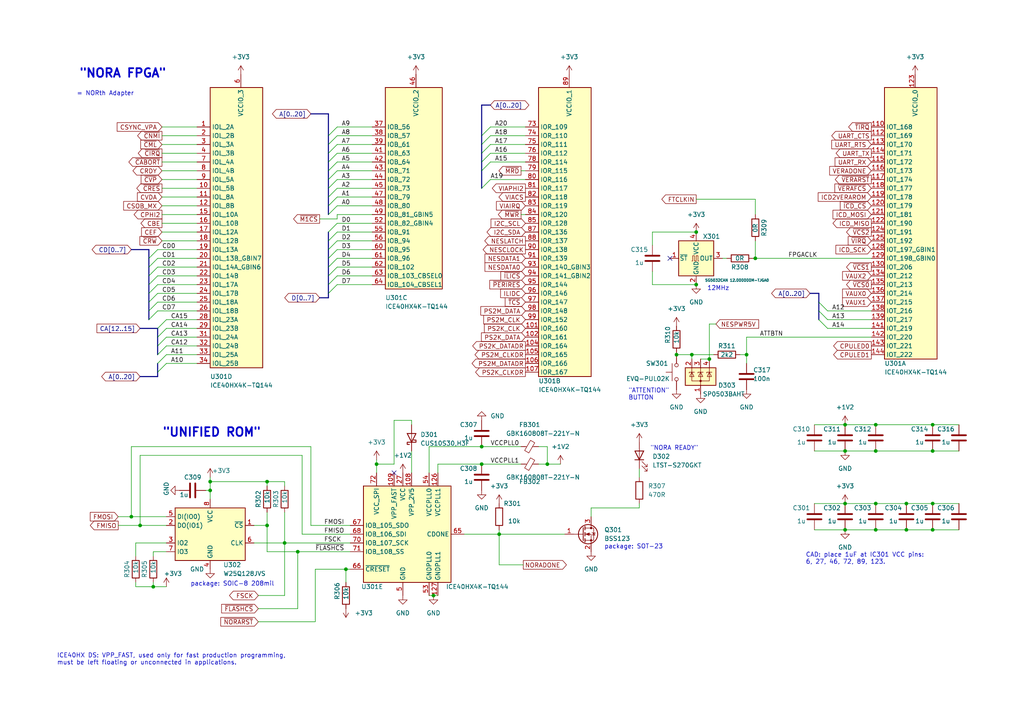
<source format=kicad_sch>
(kicad_sch (version 20211123) (generator eeschema)
  (paper "A4")
  (title_block (title "OpenX65 - NORA FPGA") (date "2023-03-30") (rev "rev01") (company "FOR X65.EU DESIGNED BY JSYKORA.INFO") (comment 1 "OpenX65 MOTHERBOARD"))
  (lib_symbols
    (symbol "Device:C" (pin_numbers hide) (pin_names (offset 0.254))
      (property "Reference" "C" (at 0.635 2.54 0))
      (property "Value" "C" (at 0.635 -2.54 0))
      (symbol "C_1_1"
        (pin passive line (at 0 3.81 270) (length 2.794) (name "~") (number "1"))
        (pin passive line (at 0 -3.81 90) (length 2.794) (name "~") (number "2"))
      )
    )
    (symbol "Device:D_Schottky" (pin_numbers hide) (pin_names (offset 1.016) hide)
      (property "Reference" "D" (at 0 2.54 0))
      (property "Value" "D_Schottky" (at 0 -2.54 0))
      (symbol "D_Schottky_1_1"
        (pin passive line (at -3.81 0 0) (length 2.54) (name "K") (number "1"))
        (pin passive line (at 3.81 0 180) (length 2.54) (name "A") (number "2"))
      )
    )
    (symbol "Device:FerriteBead_Small" (pin_numbers hide) (pin_names (offset 0))
      (property "Reference" "FB" (at 1.905 1.27 0))
      (property "Value" "FerriteBead_Small" (at 1.905 -1.27 0))
      (symbol "FerriteBead_Small_1_1"
        (pin passive line (at 0 2.54 270) (length 1.27) (name "~") (number "1"))
        (pin passive line (at 0 -2.54 90) (length 1.27) (name "~") (number "2"))
      )
    )
    (symbol "Device:LED" (pin_numbers hide) (pin_names (offset 1.016) hide)
      (property "Reference" "D" (at 0 2.54 0))
      (property "Value" "LED" (at 0 -2.54 0))
      (symbol "LED_1_1"
        (pin passive line (at -3.81 0 0) (length 2.54) (name "K") (number "1"))
        (pin passive line (at 3.81 0 180) (length 2.54) (name "A") (number "2"))
      )
    )
    (symbol "Device:R" (pin_numbers hide) (pin_names (offset 0))
      (property "Reference" "R" (at 2.032 0 90))
      (property "Value" "R" (at 0 0 90))
      (symbol "R_1_1"
        (pin passive line (at 0 3.81 270) (length 1.27) (name "~") (number "1"))
        (pin passive line (at 0 -3.81 90) (length 1.27) (name "~") (number "2"))
      )
    )
    (symbol "FPGA_Lattice:ICE40HX4K-TQ144"
      (property "Reference" "U" (at 12.7 53.34 0))
      (property "Value" "ICE40HX4K-TQ144" (at 30.48 48.26 0))
      (symbol "ICE40HX4K-TQ144_1_1"
        (pin bidirectional line (at -12.7 30.48 0) (length 3.81) (name "IOT_168") (number "110"))
        (pin bidirectional line (at -12.7 27.94 0) (length 3.81) (name "IOT_169") (number "112"))
        (pin bidirectional line (at -12.7 25.4 0) (length 3.81) (name "IOT_170") (number "113"))
        (pin bidirectional line (at -12.7 22.86 0) (length 3.81) (name "IOT_171") (number "114"))
        (pin bidirectional line (at -12.7 20.32 0) (length 3.81) (name "IOT_172") (number "115"))
        (pin bidirectional line (at -12.7 17.78 0) (length 3.81) (name "IOT_173") (number "116"))
        (pin bidirectional line (at -12.7 15.24 0) (length 3.81) (name "IOT_174") (number "117"))
        (pin bidirectional line (at -12.7 12.7 0) (length 3.81) (name "IOT_177") (number "118"))
        (pin bidirectional line (at -12.7 10.16 0) (length 3.81) (name "IOT_178") (number "119"))
        (pin bidirectional line (at -12.7 7.62 0) (length 3.81) (name "IOT_179") (number "120"))
        (pin bidirectional line (at -12.7 5.08 0) (length 3.81) (name "IOT_181") (number "121"))
        (pin bidirectional line (at -12.7 2.54 0) (length 3.81) (name "IOT_190") (number "122"))
        (pin power_in line (at 0 45.72 270) (length 3.81) (name "VCCIO_0") (number "123"))
        (pin bidirectional line (at -12.7 0 0) (length 3.81) (name "IOT_191") (number "124"))
        (pin bidirectional line (at -12.7 -2.54 0) (length 3.81) (name "IOT_192") (number "125"))
        (pin bidirectional line (at -12.7 -5.08 0) (length 3.81) (name "IOT_197_GBIN1") (number "128"))
        (pin bidirectional line (at -12.7 -7.62 0) (length 3.81) (name "IOT_198_GBIN0") (number "129"))
        (pin bidirectional line (at -12.7 -10.16 0) (length 3.81) (name "IOT_206") (number "130"))
        (pin passive line (at 0 45.72 270) (length 3.81) hide (name "VCCIO_0") (number "131"))
        (pin bidirectional line (at -12.7 -12.7 0) (length 3.81) (name "IOT_212") (number "134"))
        (pin bidirectional line (at -12.7 -15.24 0) (length 3.81) (name "IOT_213") (number "135"))
        (pin bidirectional line (at -12.7 -17.78 0) (length 3.81) (name "IOT_214") (number "136"))
        (pin bidirectional line (at -12.7 -20.32 0) (length 3.81) (name "IOT_215") (number "137"))
        (pin bidirectional line (at -12.7 -22.86 0) (length 3.81) (name "IOT_216") (number "138"))
        (pin bidirectional line (at -12.7 -25.4 0) (length 3.81) (name "IOT_217") (number "139"))
        (pin bidirectional line (at -12.7 -27.94 0) (length 3.81) (name "IOT_219") (number "141"))
        (pin bidirectional line (at -12.7 -30.48 0) (length 3.81) (name "IOT_220") (number "142"))
        (pin bidirectional line (at -12.7 -33.02 0) (length 3.81) (name "IOT_221") (number "143"))
        (pin bidirectional line (at -12.7 -35.56 0) (length 3.81) (name "IOT_222") (number "144"))
      )
      (symbol "ICE40HX4K-TQ144_2_1"
        (pin passive line (at 0 48.26 270) (length 3.81) hide (name "VCCIO_1") (number "100"))
        (pin bidirectional line (at -12.7 -25.4 0) (length 3.81) (name "IOR_160") (number "101"))
        (pin bidirectional line (at -12.7 -27.94 0) (length 3.81) (name "IOR_161") (number "102"))
        (pin bidirectional line (at -12.7 -30.48 0) (length 3.81) (name "IOR_164") (number "104"))
        (pin bidirectional line (at -12.7 -33.02 0) (length 3.81) (name "IOR_165") (number "105"))
        (pin bidirectional line (at -12.7 -35.56 0) (length 3.81) (name "IOR_166") (number "106"))
        (pin bidirectional line (at -12.7 -38.1 0) (length 3.81) (name "IOR_167") (number "107"))
        (pin bidirectional line (at -12.7 33.02 0) (length 3.81) (name "IOR_109") (number "73"))
        (pin bidirectional line (at -12.7 30.48 0) (length 3.81) (name "IOR_110") (number "74"))
        (pin bidirectional line (at -12.7 27.94 0) (length 3.81) (name "IOR_111") (number "75"))
        (pin bidirectional line (at -12.7 25.4 0) (length 3.81) (name "IOR_112") (number "76"))
        (pin bidirectional line (at -12.7 22.86 0) (length 3.81) (name "IOR_114") (number "78"))
        (pin bidirectional line (at -12.7 20.32 0) (length 3.81) (name "IOR_115") (number "79"))
        (pin bidirectional line (at -12.7 17.78 0) (length 3.81) (name "IOR_116") (number "80"))
        (pin bidirectional line (at -12.7 15.24 0) (length 3.81) (name "IOR_117") (number "81"))
        (pin bidirectional line (at -12.7 12.7 0) (length 3.81) (name "IOR_118") (number "82"))
        (pin bidirectional line (at -12.7 10.16 0) (length 3.81) (name "IOR_119") (number "83"))
        (pin bidirectional line (at -12.7 7.62 0) (length 3.81) (name "IOR_120") (number "84"))
        (pin bidirectional line (at -12.7 5.08 0) (length 3.81) (name "IOR_128") (number "85"))
        (pin bidirectional line (at -12.7 2.54 0) (length 3.81) (name "IOR_136") (number "87"))
        (pin bidirectional line (at -12.7 0 0) (length 3.81) (name "IOR_137") (number "88"))
        (pin power_in line (at 0 48.26 270) (length 3.81) (name "VCCIO_1") (number "89"))
        (pin bidirectional line (at -12.7 -2.54 0) (length 3.81) (name "IOR_138") (number "90"))
        (pin bidirectional line (at -12.7 -5.08 0) (length 3.81) (name "IOR_139") (number "91"))
        (pin bidirectional line (at -12.7 -7.62 0) (length 3.81) (name "IOR_140_GBIN3") (number "93"))
        (pin bidirectional line (at -12.7 -10.16 0) (length 3.81) (name "IOR_141_GBIN2") (number "94"))
        (pin bidirectional line (at -12.7 -12.7 0) (length 3.81) (name "IOR_144") (number "95"))
        (pin bidirectional line (at -12.7 -15.24 0) (length 3.81) (name "IOR_146") (number "96"))
        (pin bidirectional line (at -12.7 -17.78 0) (length 3.81) (name "IOR_147") (number "97"))
        (pin bidirectional line (at -12.7 -20.32 0) (length 3.81) (name "IOR_148") (number "98"))
        (pin bidirectional line (at -12.7 -22.86 0) (length 3.81) (name "IOR_152") (number "99"))
      )
      (symbol "ICE40HX4K-TQ144_3_1"
        (pin bidirectional line (at -12.7 20.32 0) (length 3.81) (name "IOB_56") (number "37"))
        (pin bidirectional line (at -12.7 17.78 0) (length 3.81) (name "IOB_57") (number "38"))
        (pin bidirectional line (at -12.7 15.24 0) (length 3.81) (name "IOB_61") (number "39"))
        (pin bidirectional line (at -12.7 12.7 0) (length 3.81) (name "IOB_63") (number "41"))
        (pin bidirectional line (at -12.7 10.16 0) (length 3.81) (name "IOB_64") (number "42"))
        (pin bidirectional line (at -12.7 7.62 0) (length 3.81) (name "IOB_71") (number "43"))
        (pin bidirectional line (at -12.7 5.08 0) (length 3.81) (name "IOB_72") (number "44"))
        (pin bidirectional line (at -12.7 2.54 0) (length 3.81) (name "IOB_73") (number "45"))
        (pin power_in line (at 0 35.56 270) (length 3.81) (name "VCCIO_2") (number "46"))
        (pin bidirectional line (at -12.7 0 0) (length 3.81) (name "IOB_79") (number "47"))
        (pin bidirectional line (at -12.7 -2.54 0) (length 3.81) (name "IOB_80") (number "48"))
        (pin bidirectional line (at -12.7 -5.08 0) (length 3.81) (name "IOB_81_GBIN5") (number "49"))
        (pin bidirectional line (at -12.7 -7.62 0) (length 3.81) (name "IOB_82_GBIN4") (number "52"))
        (pin bidirectional line (at -12.7 -10.16 0) (length 3.81) (name "IOB_91") (number "55"))
        (pin bidirectional line (at -12.7 -12.7 0) (length 3.81) (name "IOB_94") (number "56"))
        (pin passive line (at 0 35.56 270) (length 3.81) hide (name "VCCIO_2") (number "57"))
        (pin bidirectional line (at -12.7 -15.24 0) (length 3.81) (name "IOB_95") (number "60"))
        (pin bidirectional line (at -12.7 -17.78 0) (length 3.81) (name "IOB_96") (number "61"))
        (pin bidirectional line (at -12.7 -20.32 0) (length 3.81) (name "IOB_102") (number "62"))
        (pin bidirectional line (at -12.7 -22.86 0) (length 3.81) (name "IOB_103_CBSEL0") (number "63"))
        (pin bidirectional line (at -12.7 -25.4 0) (length 3.81) (name "IOB_104_CBSEL1") (number "64"))
      )
      (symbol "ICE40HX4K-TQ144_4_1"
        (pin bidirectional line (at -12.7 30.48 0) (length 3.81) (name "IOL_2A") (number "1"))
        (pin bidirectional line (at -12.7 12.7 0) (length 3.81) (name "IOL_5B") (number "10"))
        (pin bidirectional line (at -12.7 10.16 0) (length 3.81) (name "IOL_8A") (number "11"))
        (pin bidirectional line (at -12.7 7.62 0) (length 3.81) (name "IOL_8B") (number "12"))
        (pin bidirectional line (at -12.7 5.08 0) (length 3.81) (name "IOL_10A") (number "15"))
        (pin bidirectional line (at -12.7 2.54 0) (length 3.81) (name "IOL_10B") (number "16"))
        (pin bidirectional line (at -12.7 0 0) (length 3.81) (name "IOL_12A") (number "17"))
        (pin bidirectional line (at -12.7 -2.54 0) (length 3.81) (name "IOL_12B") (number "18"))
        (pin bidirectional line (at -12.7 -5.08 0) (length 3.81) (name "IOL_13A") (number "19"))
        (pin bidirectional line (at -12.7 27.94 0) (length 3.81) (name "IOL_2B") (number "2"))
        (pin bidirectional line (at -12.7 -7.62 0) (length 3.81) (name "IOL_13B_GBIN7") (number "20"))
        (pin bidirectional line (at -12.7 -10.16 0) (length 3.81) (name "IOL_14A_GBIN6") (number "21"))
        (pin bidirectional line (at -12.7 -12.7 0) (length 3.81) (name "IOL_14B") (number "22"))
        (pin bidirectional line (at -12.7 -15.24 0) (length 3.81) (name "IOL_17A") (number "23"))
        (pin bidirectional line (at -12.7 -17.78 0) (length 3.81) (name "IOL_17B") (number "24"))
        (pin bidirectional line (at -12.7 -20.32 0) (length 3.81) (name "IOL_18A") (number "25"))
        (pin bidirectional line (at -12.7 -22.86 0) (length 3.81) (name "IOL_18B") (number "26"))
        (pin bidirectional line (at -12.7 -25.4 0) (length 3.81) (name "IOL_23A") (number "28"))
        (pin bidirectional line (at -12.7 -27.94 0) (length 3.81) (name "IOL_23B") (number "29"))
        (pin bidirectional line (at -12.7 25.4 0) (length 3.81) (name "IOL_3A") (number "3"))
        (pin passive line (at 0 45.72 270) (length 3.81) hide (name "VCCIO_3") (number "30"))
        (pin bidirectional line (at -12.7 -30.48 0) (length 3.81) (name "IOL_24A") (number "31"))
        (pin bidirectional line (at -12.7 -33.02 0) (length 3.81) (name "IOL_24B") (number "32"))
        (pin bidirectional line (at -12.7 -35.56 0) (length 3.81) (name "IOL_25A") (number "33"))
        (pin bidirectional line (at -12.7 -38.1 0) (length 3.81) (name "IOL_25B") (number "34"))
        (pin bidirectional line (at -12.7 22.86 0) (length 3.81) (name "IOL_3B") (number "4"))
        (pin power_in line (at 0 45.72 270) (length 3.81) (name "VCCIO_3") (number "6"))
        (pin bidirectional line (at -12.7 20.32 0) (length 3.81) (name "IOL_4A") (number "7"))
        (pin bidirectional line (at -12.7 17.78 0) (length 3.81) (name "IOL_4B") (number "8"))
        (pin bidirectional line (at -12.7 15.24 0) (length 3.81) (name "IOL_5A") (number "9"))
      )
      (symbol "ICE40HX4K-TQ144_5_1"
        (pin passive line (at 0 -17.78 90) (length 3.81) hide (name "GND") (number "103"))
        (pin power_in line (at 2.54 17.78 270) (length 3.81) (name "VPP_2V5") (number "108"))
        (pin power_in line (at -2.54 17.78 270) (length 3.81) (name "VPP_FAST") (number "109"))
        (pin passive line (at 0 17.78 270) (length 3.81) hide (name "VCC") (number "111"))
        (pin power_in line (at 10.16 17.78 270) (length 3.81) (name "VCCPLL1") (number "126"))
        (pin power_in line (at 10.16 -17.78 90) (length 3.81) (name "GNDPLL1") (number "127"))
        (pin passive line (at 0 -17.78 90) (length 3.81) hide (name "GND") (number "13"))
        (pin passive line (at 0 -17.78 90) (length 3.81) hide (name "GND") (number "132"))
        (pin no_connect line (at 12.7 -10.16 180) (length 3.81) hide (name "NC") (number "133"))
        (pin passive line (at 0 -17.78 90) (length 3.81) hide (name "GND") (number "14"))
        (pin passive line (at 0 -17.78 90) (length 3.81) hide (name "GND") (number "140"))
        (pin power_in line (at 0 17.78 270) (length 3.81) (name "VCC") (number "27"))
        (pin no_connect line (at 12.7 5.08 180) (length 3.81) hide (name "NC") (number "35"))
        (pin no_connect line (at 12.7 2.54 180) (length 3.81) hide (name "NC") (number "36"))
        (pin passive line (at 0 17.78 270) (length 3.81) hide (name "VCC") (number "40"))
        (pin power_in line (at 0 -17.78 90) (length 3.81) (name "GND") (number "5"))
        (pin no_connect line (at 12.7 -2.54 180) (length 3.81) hide (name "NC") (number "50"))
        (pin no_connect line (at 12.7 -5.08 180) (length 3.81) hide (name "NC") (number "51"))
        (pin power_in line (at 7.62 -17.78 90) (length 3.81) (name "GNDPLL0") (number "53"))
        (pin power_in line (at 7.62 17.78 270) (length 3.81) (name "VCCPLL0") (number "54"))
        (pin no_connect line (at 12.7 -7.62 180) (length 3.81) hide (name "NC") (number "58"))
        (pin passive line (at 0 -17.78 90) (length 3.81) hide (name "GND") (number "59"))
        (pin open_collector line (at 17.78 0 180) (length 3.81) (name "CDONE") (number "65"))
        (pin input line (at -15.24 -10.16 0) (length 3.81) (name "~{CRESET}") (number "66"))
        (pin bidirectional line (at -15.24 2.54 0) (length 3.81) (name "IOB_105_SDO") (number "67"))
        (pin bidirectional line (at -15.24 0 0) (length 3.81) (name "IOB_106_SDI") (number "68"))
        (pin passive line (at 0 -17.78 90) (length 3.81) hide (name "GND") (number "69"))
        (pin bidirectional line (at -15.24 -2.54 0) (length 3.81) (name "IOB_107_SCK") (number "70"))
        (pin bidirectional line (at -15.24 -5.08 0) (length 3.81) (name "IOB_108_SS") (number "71"))
        (pin power_in line (at -7.62 17.78 270) (length 3.81) (name "VCC_SPI") (number "72"))
        (pin no_connect line (at 12.7 7.62 180) (length 3.81) hide (name "NC") (number "77"))
        (pin passive line (at 0 -17.78 90) (length 3.81) hide (name "GND") (number "86"))
        (pin passive line (at 0 17.78 270) (length 3.81) hide (name "VCC") (number "92"))
      )
    )
    (symbol "Memory_Flash:W25Q128JVS"
      (property "Reference" "U" (at -8.89 8.89 0))
      (property "Value" "W25Q128JVS" (at 7.62 8.89 0))
      (symbol "W25Q128JVS_1_1"
        (pin input line (at -12.7 2.54 0) (length 2.54) (name "~{CS}") (number "1"))
        (pin bidirectional line (at 12.7 2.54 180) (length 2.54) (name "DO(IO1)") (number "2"))
        (pin bidirectional line (at 12.7 -2.54 180) (length 2.54) (name "IO2") (number "3"))
        (pin power_in line (at 0 -10.16 90) (length 2.54) (name "GND") (number "4"))
        (pin bidirectional line (at 12.7 5.08 180) (length 2.54) (name "DI(IO0)") (number "5"))
        (pin input line (at -12.7 -2.54 0) (length 2.54) (name "CLK") (number "6"))
        (pin bidirectional line (at 12.7 -5.08 180) (length 2.54) (name "IO3") (number "7"))
        (pin power_in line (at 0 10.16 270) (length 2.54) (name "VCC") (number "8"))
      )
    )
    (symbol "Oscillator:SG-5032CAN" (pin_names (offset 0.254))
      (property "Reference" "X" (at -5.08 6.35 0))
      (property "Value" "SG-5032CAN" (at 1.27 -6.35 0))
      (symbol "SG-5032CAN_1_1"
        (pin input line (at -7.62 0 0) (length 2.54) (name "~{ST}") (number "1"))
        (pin power_in line (at 0 -7.62 90) (length 2.54) (name "GND") (number "2"))
        (pin output line (at 7.62 0 180) (length 2.54) (name "OUT") (number "3"))
        (pin power_in line (at 0 7.62 270) (length 2.54) (name "VCC") (number "4"))
      )
    )
    (symbol "Power_Protection:SP0503BAHT" (pin_names hide)
      (property "Reference" "D" (at 5.715 2.54 0))
      (property "Value" "SP0503BAHT" (at 5.715 0.635 0))
      (symbol "SP0503BAHT_0_0"
        (pin passive line (at 0 -5.08 90) (length 2.54) (name "A") (number "1"))
      )
      (symbol "SP0503BAHT_1_1"
        (pin passive line (at -2.54 5.08 270) (length 2.54) (name "K") (number "2"))
        (pin passive line (at 0 5.08 270) (length 2.54) (name "K") (number "3"))
        (pin passive line (at 2.54 5.08 270) (length 2.54) (name "K") (number "4"))
      )
    )
    (symbol "Switch:SW_Push" (pin_numbers hide) (pin_names (offset 1.016) hide)
      (property "Reference" "SW" (at 1.27 2.54 0))
      (property "Value" "SW_Push" (at 0 -1.524 0))
      (symbol "SW_Push_0_1"
        (pin passive line (at -5.08 0 0) (length 2.54) (name "1") (number "1"))
        (pin passive line (at 5.08 0 180) (length 2.54) (name "2") (number "2"))
      )
    )
    (symbol "Transistor_FET:BSS123" (pin_names hide)
      (property "Reference" "Q" (at 5.08 1.905 0))
      (property "Value" "BSS123" (at 5.08 0 0))
      (symbol "BSS123_1_1"
        (pin input line (at -5.08 0 0) (length 2.54) (name "G") (number "1"))
        (pin passive line (at 2.54 -5.08 90) (length 2.54) (name "S") (number "2"))
        (pin passive line (at 2.54 5.08 270) (length 2.54) (name "D") (number "3"))
      )
    )
    (symbol "power:+1V2" (power) (pin_names (offset 0))
      (property "Value" "+1V2" (at 0 3.556 0))
      (symbol "+1V2_1_1"
        (pin power_in line (at 0 0 90) (length 0) hide (name "+1V2") (number "1"))
      )
    )
    (symbol "power:+3V3" (power) (pin_names (offset 0))
      (property "Value" "+3V3" (at 0 3.556 0))
      (symbol "+3V3_1_1"
        (pin power_in line (at 0 0 90) (length 0) hide (name "+3V3") (number "1"))
      )
    )
    (symbol "power:GND" (power) (pin_names (offset 0))
      (property "Value" "GND" (at 0 -3.81 0))
      (symbol "GND_1_1"
        (pin power_in line (at 0 0 270) (length 0) hide (name "GND") (number "1"))
      )
    )
  )
  (junction (at 125.73 172.72))
  (junction (at 245.11 153.67))
  (junction (at 254 130.81))
  (junction (at 38.1 149.86))
  (junction (at 245.11 123.19))
  (junction (at 201.93 82.55))
  (junction (at 77.47 139.7))
  (junction (at 144.78 154.94))
  (junction (at 219.075 74.93))
  (junction (at 270.51 153.67))
  (junction (at 270.51 130.81))
  (junction (at 158.75 134.62))
  (junction (at 254 123.19))
  (junction (at 262.89 146.05))
  (junction (at 60.96 142.24))
  (junction (at 109.22 134.62))
  (junction (at 270.51 146.05))
  (junction (at 245.11 146.05))
  (junction (at 44.45 170.18))
  (junction (at 86.36 160.02))
  (junction (at 254 153.67))
  (junction (at 77.47 152.4))
  (junction (at 82.55 157.48))
  (junction (at 216.535 102.87))
  (junction (at 270.51 123.19))
  (junction (at 205.74 104.14))
  (junction (at 60.96 139.7))
  (junction (at 40.64 152.4))
  (junction (at 201.93 67.31))
  (junction (at 100.33 165.1))
  (junction (at 139.7 129.54))
  (junction (at 139.7 134.62))
  (junction (at 196.215 102.87))
  (junction (at 245.11 130.81))
  (junction (at 262.89 153.67))
  (junction (at 254 146.05))
  (junction (at 200.66 102.87))
  (no_connect (at 194.31 74.93))
  (no_connect (at 114.3 137.16))
  (bus_entry (at 237.49 92.71) (size 2.54 2.54))
  (bus_entry (at 45.72 100.33) (size 2.54 -2.54))
  (bus_entry (at 45.72 95.25) (size 2.54 -2.54))
  (bus_entry (at 45.72 97.79) (size 2.54 -2.54))
  (bus_entry (at 45.72 102.87) (size 2.54 -2.54))
  (bus_entry (at 95.25 41.91) (size 2.54 -2.54))
  (bus_entry (at 95.25 39.37) (size 2.54 -2.54))
  (bus_entry (at 95.25 44.45) (size 2.54 -2.54))
  (bus_entry (at 95.25 46.99) (size 2.54 -2.54))
  (bus_entry (at 95.25 49.53) (size 2.54 -2.54))
  (bus_entry (at 95.25 52.07) (size 2.54 -2.54))
  (bus_entry (at 95.25 54.61) (size 2.54 -2.54))
  (bus_entry (at 95.25 57.15) (size 2.54 -2.54))
  (bus_entry (at 95.25 59.69) (size 2.54 -2.54))
  (bus_entry (at 95.25 62.23) (size 2.54 -2.54))
  (bus_entry (at 139.7 41.91) (size 2.54 -2.54))
  (bus_entry (at 139.7 39.37) (size 2.54 -2.54))
  (bus_entry (at 139.7 49.53) (size 2.54 -2.54))
  (bus_entry (at 139.7 44.45) (size 2.54 -2.54))
  (bus_entry (at 139.7 46.99) (size 2.54 -2.54))
  (bus_entry (at 45.72 105.41) (size 2.54 -2.54))
  (bus_entry (at 45.72 107.95) (size 2.54 -2.54))
  (bus_entry (at 43.18 74.93) (size 2.54 -2.54))
  (bus_entry (at 43.18 77.47) (size 2.54 -2.54))
  (bus_entry (at 43.18 80.01) (size 2.54 -2.54))
  (bus_entry (at 43.18 82.55) (size 2.54 -2.54))
  (bus_entry (at 43.18 85.09) (size 2.54 -2.54))
  (bus_entry (at 43.18 87.63) (size 2.54 -2.54))
  (bus_entry (at 43.18 90.17) (size 2.54 -2.54))
  (bus_entry (at 43.18 92.71) (size 2.54 -2.54))
  (bus_entry (at 95.25 82.55) (size 2.54 -2.54))
  (bus_entry (at 95.25 85.09) (size 2.54 -2.54))
  (bus_entry (at 142.24 52.07) (size -2.54 2.54))
  (bus_entry (at 237.49 90.17) (size 2.54 2.54))
  (bus_entry (at 237.49 87.63) (size 2.54 2.54))
  (bus_entry (at 95.25 74.93) (size 2.54 -2.54))
  (bus_entry (at 95.25 72.39) (size 2.54 -2.54))
  (bus_entry (at 95.25 69.85) (size 2.54 -2.54))
  (bus_entry (at 95.25 67.31) (size 2.54 -2.54))
  (bus_entry (at 95.25 77.47) (size 2.54 -2.54))
  (bus_entry (at 95.25 80.01) (size 2.54 -2.54))
  (wire (pts (xy 109.22 134.62) (xy 109.22 137.16)))
  (wire (pts (xy 77.47 160.02) (xy 86.36 160.02)))
  (wire (pts (xy 46.99 64.77) (xy 57.15 64.77)))
  (wire (pts (xy 60.96 138.43) (xy 60.96 139.7)))
  (wire (pts (xy 45.72 80.01) (xy 57.15 80.01)))
  (bus (pts (xy 234.95 85.09) (xy 237.49 85.09)))
  (wire (pts (xy 139.7 129.54) (xy 124.46 129.54)))
  (wire (pts (xy 245.11 123.19) (xy 254 123.19)))
  (bus (pts (xy 43.18 90.17) (xy 43.18 92.71)))
  (wire (pts (xy 48.26 149.86) (xy 38.1 149.86)))
  (bus (pts (xy 95.25 49.53) (xy 95.25 52.07)))
  (bus (pts (xy 95.25 59.69) (xy 95.25 62.23)))
  (bus (pts (xy 90.17 33.02) (xy 95.25 33.02)))
  (wire (pts (xy 82.55 157.48) (xy 101.6 157.48)))
  (wire (pts (xy 48.26 102.87) (xy 57.15 102.87)))
  (wire (pts (xy 205.74 104.14) (xy 205.74 93.98)))
  (wire (pts (xy 97.79 72.39) (xy 107.95 72.39)))
  (wire (pts (xy 74.93 172.72) (xy 82.55 172.72)))
  (wire (pts (xy 97.79 44.45) (xy 107.95 44.45)))
  (wire (pts (xy 44.45 168.91) (xy 44.45 170.18)))
  (wire (pts (xy 97.79 39.37) (xy 107.95 39.37)))
  (bus (pts (xy 45.72 95.25) (xy 45.72 97.79)))
  (wire (pts (xy 46.99 36.83) (xy 57.15 36.83)))
  (bus (pts (xy 139.7 46.99) (xy 139.7 49.53)))
  (wire (pts (xy 119.38 130.81) (xy 119.38 137.16)))
  (wire (pts (xy 200.66 102.87) (xy 207.01 102.87)))
  (wire (pts (xy 270.51 123.19) (xy 278.13 123.19)))
  (wire (pts (xy 201.93 67.31) (xy 189.23 67.31)))
  (wire (pts (xy 48.26 152.4) (xy 40.64 152.4)))
  (wire (pts (xy 201.93 82.55) (xy 189.23 82.55)))
  (wire (pts (xy 48.26 105.41) (xy 57.15 105.41)))
  (wire (pts (xy 73.66 157.48) (xy 82.55 157.48)))
  (wire (pts (xy 97.79 41.91) (xy 107.95 41.91)))
  (wire (pts (xy 236.22 130.81) (xy 245.11 130.81)))
  (wire (pts (xy 270.51 153.67) (xy 278.13 153.67)))
  (wire (pts (xy 45.72 72.39) (xy 57.15 72.39)))
  (bus (pts (xy 237.49 87.63) (xy 237.49 90.17)))
  (wire (pts (xy 142.24 46.99) (xy 152.4 46.99)))
  (wire (pts (xy 60.96 139.7) (xy 77.47 139.7)))
  (wire (pts (xy 48.26 160.02) (xy 44.45 160.02)))
  (bus (pts (xy 43.18 77.47) (xy 43.18 80.01)))
  (wire (pts (xy 45.72 82.55) (xy 57.15 82.55)))
  (wire (pts (xy 46.99 52.07) (xy 57.15 52.07)))
  (wire (pts (xy 46.99 62.23) (xy 57.15 62.23)))
  (wire (pts (xy 171.45 147.32) (xy 171.45 149.86)))
  (wire (pts (xy 151.13 134.62) (xy 139.7 134.62)))
  (wire (pts (xy 270.51 130.81) (xy 278.13 130.81)))
  (wire (pts (xy 97.79 36.83) (xy 107.95 36.83)))
  (wire (pts (xy 86.36 160.02) (xy 86.36 176.53)))
  (wire (pts (xy 185.42 146.05) (xy 185.42 147.32)))
  (wire (pts (xy 252.73 97.79) (xy 216.535 97.79)))
  (wire (pts (xy 97.79 52.07) (xy 107.95 52.07)))
  (wire (pts (xy 44.45 160.02) (xy 44.45 161.29)))
  (wire (pts (xy 46.99 39.37) (xy 57.15 39.37)))
  (wire (pts (xy 139.7 134.62) (xy 127 134.62)))
  (bus (pts (xy 40.64 95.25) (xy 45.72 95.25)))
  (wire (pts (xy 46.99 67.31) (xy 57.15 67.31)))
  (wire (pts (xy 142.24 39.37) (xy 152.4 39.37)))
  (wire (pts (xy 219.075 57.785) (xy 219.075 62.23)))
  (wire (pts (xy 73.66 152.4) (xy 77.47 152.4)))
  (bus (pts (xy 95.25 72.39) (xy 95.25 74.93)))
  (wire (pts (xy 46.99 41.91) (xy 57.15 41.91)))
  (bus (pts (xy 40.64 109.22) (xy 45.72 109.22)))
  (wire (pts (xy 97.79 64.77) (xy 107.95 64.77)))
  (wire (pts (xy 156.21 129.54) (xy 158.75 129.54)))
  (wire (pts (xy 48.26 97.79) (xy 57.15 97.79)))
  (wire (pts (xy 97.79 74.93) (xy 107.95 74.93)))
  (wire (pts (xy 40.64 132.08) (xy 87.63 132.08)))
  (wire (pts (xy 45.72 87.63) (xy 57.15 87.63)))
  (bus (pts (xy 95.25 44.45) (xy 95.25 46.99)))
  (wire (pts (xy 38.1 129.54) (xy 90.17 129.54)))
  (wire (pts (xy 60.96 142.24) (xy 60.96 144.78)))
  (wire (pts (xy 46.99 59.69) (xy 57.15 59.69)))
  (wire (pts (xy 46.99 44.45) (xy 57.15 44.45)))
  (wire (pts (xy 60.96 139.7) (xy 60.96 142.24)))
  (bus (pts (xy 95.25 77.47) (xy 95.25 80.01)))
  (wire (pts (xy 125.73 172.72) (xy 127 172.72)))
  (wire (pts (xy 48.26 95.25) (xy 57.15 95.25)))
  (bus (pts (xy 95.25 33.02) (xy 95.25 39.37)))
  (wire (pts (xy 219.075 69.85) (xy 219.075 74.93)))
  (wire (pts (xy 48.26 92.71) (xy 57.15 92.71)))
  (wire (pts (xy 119.38 121.92) (xy 114.3 121.92)))
  (wire (pts (xy 91.44 165.1) (xy 91.44 180.34)))
  (wire (pts (xy 46.99 57.15) (xy 57.15 57.15)))
  (wire (pts (xy 107.95 62.23) (xy 97.79 62.23)))
  (bus (pts (xy 43.18 80.01) (xy 43.18 82.55)))
  (wire (pts (xy 240.03 90.17) (xy 252.73 90.17)))
  (wire (pts (xy 74.93 176.53) (xy 86.36 176.53)))
  (wire (pts (xy 82.55 140.97) (xy 82.55 139.7)))
  (wire (pts (xy 236.22 153.67) (xy 245.11 153.67)))
  (wire (pts (xy 45.72 74.93) (xy 57.15 74.93)))
  (bus (pts (xy 139.7 41.91) (xy 139.7 44.45)))
  (wire (pts (xy 144.78 154.94) (xy 144.78 163.83)))
  (wire (pts (xy 158.75 134.62) (xy 156.21 134.62)))
  (wire (pts (xy 124.46 172.72) (xy 125.73 172.72)))
  (wire (pts (xy 144.78 154.94) (xy 144.78 153.67)))
  (wire (pts (xy 97.79 77.47) (xy 107.95 77.47)))
  (wire (pts (xy 142.24 44.45) (xy 152.4 44.45)))
  (wire (pts (xy 46.99 46.99) (xy 57.15 46.99)))
  (wire (pts (xy 142.24 41.91) (xy 152.4 41.91)))
  (wire (pts (xy 151.13 129.54) (xy 139.7 129.54)))
  (wire (pts (xy 158.75 129.54) (xy 158.75 134.62)))
  (wire (pts (xy 97.79 67.31) (xy 107.95 67.31)))
  (bus (pts (xy 237.49 87.63) (xy 237.49 85.09)))
  (wire (pts (xy 201.93 57.785) (xy 219.075 57.785)))
  (wire (pts (xy 39.37 157.48) (xy 39.37 161.29)))
  (wire (pts (xy 82.55 157.48) (xy 82.55 172.72)))
  (wire (pts (xy 142.24 36.83) (xy 152.4 36.83)))
  (bus (pts (xy 38.1 72.39) (xy 43.18 72.39)))
  (bus (pts (xy 43.18 87.63) (xy 43.18 90.17)))
  (wire (pts (xy 189.23 82.55) (xy 189.23 78.74)))
  (wire (pts (xy 97.79 62.23) (xy 97.79 63.5)))
  (wire (pts (xy 219.075 74.93) (xy 252.73 74.93)))
  (bus (pts (xy 95.25 57.15) (xy 95.25 59.69)))
  (wire (pts (xy 270.51 146.05) (xy 278.13 146.05)))
  (wire (pts (xy 254 146.05) (xy 262.89 146.05)))
  (bus (pts (xy 43.18 72.39) (xy 43.18 74.93)))
  (wire (pts (xy 97.79 80.01) (xy 107.95 80.01)))
  (wire (pts (xy 101.6 154.94) (xy 87.63 154.94)))
  (wire (pts (xy 205.74 93.98) (xy 207.645 93.98)))
  (wire (pts (xy 151.13 62.23) (xy 152.4 62.23)))
  (wire (pts (xy 46.99 49.53) (xy 57.15 49.53)))
  (bus (pts (xy 95.25 69.85) (xy 95.25 72.39)))
  (wire (pts (xy 97.79 59.69) (xy 107.95 59.69)))
  (wire (pts (xy 86.36 160.02) (xy 101.6 160.02)))
  (wire (pts (xy 185.42 147.32) (xy 171.45 147.32)))
  (wire (pts (xy 240.03 92.71) (xy 252.73 92.71)))
  (bus (pts (xy 139.7 30.48) (xy 139.7 39.37)))
  (bus (pts (xy 95.25 82.55) (xy 95.25 85.09)))
  (bus (pts (xy 95.25 39.37) (xy 95.25 41.91)))
  (wire (pts (xy 44.45 170.18) (xy 48.26 170.18)))
  (wire (pts (xy 74.93 180.34) (xy 91.44 180.34)))
  (bus (pts (xy 43.18 85.09) (xy 43.18 87.63)))
  (bus (pts (xy 95.25 74.93) (xy 95.25 77.47)))
  (wire (pts (xy 114.3 121.92) (xy 114.3 134.62)))
  (wire (pts (xy 45.72 85.09) (xy 57.15 85.09)))
  (wire (pts (xy 209.55 74.93) (xy 210.82 74.93)))
  (wire (pts (xy 97.79 57.15) (xy 107.95 57.15)))
  (bus (pts (xy 95.25 67.31) (xy 95.25 69.85)))
  (wire (pts (xy 196.215 102.87) (xy 200.66 102.87)))
  (bus (pts (xy 95.25 46.99) (xy 95.25 49.53)))
  (wire (pts (xy 158.75 134.62) (xy 162.56 134.62)))
  (wire (pts (xy 134.62 154.94) (xy 144.78 154.94)))
  (bus (pts (xy 237.49 92.71) (xy 237.49 90.17)))
  (wire (pts (xy 218.44 74.93) (xy 219.075 74.93)))
  (bus (pts (xy 139.7 49.53) (xy 139.7 54.61)))
  (wire (pts (xy 40.64 152.4) (xy 40.64 132.08)))
  (wire (pts (xy 97.79 69.85) (xy 107.95 69.85)))
  (wire (pts (xy 109.22 134.62) (xy 114.3 134.62)))
  (wire (pts (xy 240.03 95.25) (xy 252.73 95.25)))
  (bus (pts (xy 45.72 105.41) (xy 45.72 107.95)))
  (bus (pts (xy 139.7 39.37) (xy 139.7 41.91)))
  (wire (pts (xy 196.215 102.235) (xy 196.215 102.87)))
  (wire (pts (xy 144.78 154.94) (xy 163.83 154.94)))
  (wire (pts (xy 77.47 152.4) (xy 77.47 160.02)))
  (wire (pts (xy 262.89 146.05) (xy 270.51 146.05)))
  (wire (pts (xy 127 134.62) (xy 127 137.16)))
  (wire (pts (xy 97.79 46.99) (xy 107.95 46.99)))
  (wire (pts (xy 124.46 129.54) (xy 124.46 137.16)))
  (wire (pts (xy 87.63 154.94) (xy 87.63 132.08)))
  (wire (pts (xy 119.38 123.19) (xy 119.38 121.92)))
  (wire (pts (xy 245.11 153.67) (xy 254 153.67)))
  (bus (pts (xy 45.72 100.33) (xy 45.72 102.87)))
  (wire (pts (xy 151.13 49.53) (xy 152.4 49.53)))
  (wire (pts (xy 39.37 168.91) (xy 39.37 170.18)))
  (wire (pts (xy 144.78 163.83) (xy 151.765 163.83)))
  (bus (pts (xy 45.72 107.95) (xy 45.72 109.22)))
  (wire (pts (xy 97.79 82.55) (xy 107.95 82.55)))
  (wire (pts (xy 142.24 52.07) (xy 152.4 52.07)))
  (bus (pts (xy 43.18 74.93) (xy 43.18 77.47)))
  (bus (pts (xy 139.7 30.48) (xy 142.24 30.48)))
  (wire (pts (xy 34.29 149.86) (xy 38.1 149.86)))
  (wire (pts (xy 77.47 139.7) (xy 77.47 140.97)))
  (wire (pts (xy 101.6 165.1) (xy 100.33 165.1)))
  (wire (pts (xy 200.66 102.87) (xy 200.66 104.14)))
  (wire (pts (xy 216.535 102.87) (xy 216.535 105.41)))
  (bus (pts (xy 95.25 41.91) (xy 95.25 44.45)))
  (wire (pts (xy 97.79 54.61) (xy 107.95 54.61)))
  (wire (pts (xy 92.71 63.5) (xy 97.79 63.5)))
  (bus (pts (xy 95.25 80.01) (xy 95.25 82.55)))
  (wire (pts (xy 214.63 102.87) (xy 216.535 102.87)))
  (wire (pts (xy 245.11 130.81) (xy 254 130.81)))
  (wire (pts (xy 82.55 157.48) (xy 82.55 148.59)))
  (wire (pts (xy 254 130.81) (xy 270.51 130.81)))
  (wire (pts (xy 97.79 49.53) (xy 107.95 49.53)))
  (wire (pts (xy 46.99 69.85) (xy 57.15 69.85)))
  (wire (pts (xy 38.1 149.86) (xy 38.1 129.54)))
  (wire (pts (xy 45.72 90.17) (xy 57.15 90.17)))
  (bus (pts (xy 95.25 54.61) (xy 95.25 57.15)))
  (wire (pts (xy 77.47 152.4) (xy 77.47 148.59)))
  (wire (pts (xy 254 123.19) (xy 270.51 123.19)))
  (wire (pts (xy 236.22 146.05) (xy 245.11 146.05)))
  (wire (pts (xy 236.22 123.19) (xy 245.11 123.19)))
  (bus (pts (xy 95.25 85.09) (xy 95.25 86.36)))
  (wire (pts (xy 82.55 139.7) (xy 77.47 139.7)))
  (bus (pts (xy 139.7 44.45) (xy 139.7 46.99)))
  (wire (pts (xy 48.26 157.48) (xy 39.37 157.48)))
  (wire (pts (xy 46.99 54.61) (xy 57.15 54.61)))
  (wire (pts (xy 100.33 165.1) (xy 100.33 168.91)))
  (wire (pts (xy 34.29 152.4) (xy 40.64 152.4)))
  (wire (pts (xy 90.17 152.4) (xy 90.17 129.54)))
  (bus (pts (xy 95.25 52.07) (xy 95.25 54.61)))
  (wire (pts (xy 45.72 77.47) (xy 57.15 77.47)))
  (wire (pts (xy 59.69 142.24) (xy 60.96 142.24)))
  (wire (pts (xy 203.2 104.14) (xy 205.74 104.14)))
  (bus (pts (xy 45.72 97.79) (xy 45.72 100.33)))
  (wire (pts (xy 39.37 170.18) (xy 44.45 170.18)))
  (wire (pts (xy 216.535 97.79) (xy 216.535 102.87)))
  (wire (pts (xy 109.22 133.35) (xy 109.22 134.62)))
  (wire (pts (xy 254 153.67) (xy 262.89 153.67)))
  (bus (pts (xy 92.71 86.36) (xy 95.25 86.36)))
  (wire (pts (xy 262.89 153.67) (xy 270.51 153.67)))
  (wire (pts (xy 100.33 165.1) (xy 91.44 165.1)))
  (wire (pts (xy 189.23 67.31) (xy 189.23 71.12)))
  (wire (pts (xy 185.42 135.89) (xy 185.42 138.43)))
  (wire (pts (xy 245.11 146.05) (xy 254 146.05)))
  (wire (pts (xy 48.26 100.33) (xy 57.15 100.33)))
  (bus (pts (xy 43.18 82.55) (xy 43.18 85.09)))
  (wire (pts (xy 101.6 152.4) (xy 90.17 152.4)))
  (text "package: SOIC-8 208mil" (at 55.245 170.18 0) (effects (font (size 1.27 1.27)) (justify left bottom)))
  (text "12MHz" (at 205.105 84.455 0) (effects (font (size 1.27 1.27)) (justify left bottom)))
  (text "= NORth Adapter" (at 22.225 27.94 0) (effects (font (size 1.27 1.27)) (justify left bottom)))
  (text "ICE40HX DS: VPP_FAST, used only for fast production programming, \nmust be left floating or unconnected in applications." (at 16.51 193.04 0) (effects (font (size 1.27 1.27)) (justify left bottom)))
  (text "\"NORA READY\"" (at 188.595 130.81 0) (effects (font (size 1.27 1.27)) (justify left bottom)))
  (text "\"NORA FPGA\"" (at 22.86 22.86 0) (effects (font (size 2.5 2.5) (thickness 0.5) bold) (justify left bottom)))
  (text "\"UNIFIED ROM\"" (at 46.99 127 0) (effects (font (size 2.5 2.5) (thickness 0.5) bold) (justify left bottom)))
  (text "package: SOT-23" (at 175.26 159.385 0) (effects (font (size 1.27 1.27)) (justify left bottom)))
  (text "\"ATTENTION\"\nBUTTON" (at 182.245 116.205 0) (effects (font (size 1.27 1.27)) (justify left bottom)))
  (text "CAD: place 1uF at IC301 VCC pins: \n6, 27, 46, 72, 89, 123." (at 233.68 163.83 0) (effects (font (size 1.27 1.27)) (justify left bottom)))
  (label "A1" (at 99.06 57.15 0))
  (label "A5" (at 99.06 46.99 0))
  (label "A8" (at 99.06 39.37 0))
  (label "D0" (at 99.06 64.77 0))
  (label "~{FLASHCS}" (at 91.44 160.02 0))
  (label "CD7" (at 46.99 90.17 0))
  (label "A10" (at 49.53 105.41 0))
  (label "A2" (at 99.06 54.61 0))
  (label "D3" (at 99.06 72.39 0))
  (label "D7" (at 99.06 82.55 0))
  (label "A19" (at 142.24 52.07 0))
  (label "CD0" (at 46.99 72.39 0))
  (label "A16" (at 143.51 44.45 0))
  (label "A17" (at 143.51 41.91 0))
  (label "A3" (at 99.06 52.07 0))
  (label "FPGACLK" (at 228.6 74.93 0))
  (label "FMISO" (at 93.98 154.94 0))
  (label "A6" (at 99.06 44.45 0))
  (label "A7" (at 99.06 41.91 0))
  (label "CA12" (at 49.53 100.33 0))
  (label "CA15" (at 49.53 92.71 0))
  (label "A13" (at 241.3 92.71 0))
  (label "D2" (at 99.06 69.85 0))
  (label "FSCK" (at 93.98 157.48 0))
  (label "D5" (at 99.06 77.47 0))
  (label "A12" (at 241.3 90.17 0))
  (label "A15" (at 143.51 46.99 0))
  (label "CD2" (at 46.99 77.47 0))
  (label "FMOSI" (at 93.98 152.4 0))
  (label "D1" (at 99.06 67.31 0))
  (label "CA14" (at 49.53 95.25 0))
  (label "VCCPLL1" (at 142.24 134.62 0))
  (label "A20" (at 143.51 36.83 0))
  (label "A0" (at 99.06 59.69 0))
  (label "D6" (at 99.06 80.01 0))
  (label "CD3" (at 46.99 80.01 0))
  (label "A11" (at 49.53 102.87 0))
  (label "CD1" (at 46.99 74.93 0))
  (label "A18" (at 143.51 39.37 0))
  (label "VCCPLL0" (at 142.24 129.54 0))
  (label "D4" (at 99.06 74.93 0))
  (label "ATTBTN" (at 220.345 97.79 0))
  (label "CD6" (at 46.99 87.63 0))
  (label "CD4" (at 46.99 82.55 0))
  (label "CA13" (at 49.53 97.79 0))
  (label "CD5" (at 46.99 85.09 0))
  (label "A9" (at 99.06 36.83 0))
  (label "A14" (at 241.3 95.25 0))
  (label "A4" (at 99.06 49.53 0))
  (global_label "~{VIRQ}" (shape input) (at 252.73 69.85 180) (property "Intersheet References" "${INTERSHEET_REFS}" (effects hide)))
  (global_label "A[0..20]" (shape bidirectional) (at 234.95 85.09 180) (property "Intersheet References" "${INTERSHEET_REFS}" (effects hide)))
  (global_label "CRDY" (shape bidirectional) (at 46.99 49.53 180) (property "Intersheet References" "${INTERSHEET_REFS}" (effects hide)))
  (global_label "CPULED1" (shape output) (at 252.73 102.87 180) (property "Intersheet References" "${INTERSHEET_REFS}" (effects hide)))
  (global_label "VIAPHI2" (shape output) (at 152.4 54.61 180) (property "Intersheet References" "${INTERSHEET_REFS}" (effects hide)))
  (global_label "PS2K_DATA" (shape input) (at 152.4 97.79 180) (property "Intersheet References" "${INTERSHEET_REFS}" (effects hide)))
  (global_label "CPULED0" (shape output) (at 252.73 100.33 180) (property "Intersheet References" "${INTERSHEET_REFS}" (effects hide)))
  (global_label "~{PERIRES}" (shape input) (at 152.4 82.55 180) (property "Intersheet References" "${INTERSHEET_REFS}" (effects hide)))
  (global_label "CSOB_MX" (shape input) (at 46.99 59.69 180) (property "Intersheet References" "${INTERSHEET_REFS}" (effects hide)))
  (global_label "~{CVP}" (shape input) (at 46.99 52.07 180) (property "Intersheet References" "${INTERSHEET_REFS}" (effects hide)))
  (global_label "UART_RTS" (shape input) (at 252.73 41.91 180) (property "Intersheet References" "${INTERSHEET_REFS}" (effects hide)))
  (global_label "~{CML}" (shape input) (at 46.99 41.91 180) (property "Intersheet References" "${INTERSHEET_REFS}" (effects hide)))
  (global_label "~{CRW}" (shape input) (at 46.99 69.85 180) (property "Intersheet References" "${INTERSHEET_REFS}" (effects hide)))
  (global_label "FMISO" (shape output) (at 34.29 152.4 180) (property "Intersheet References" "${INTERSHEET_REFS}" (effects hide)))
  (global_label "CA[12..15]" (shape input) (at 40.64 95.25 180) (property "Intersheet References" "${INTERSHEET_REFS}" (effects hide)))
  (global_label "I2C_SCL" (shape input) (at 152.4 64.77 180) (property "Intersheet References" "${INTERSHEET_REFS}" (effects hide)))
  (global_label "I2C_SDA" (shape bidirectional) (at 152.4 67.31 180) (property "Intersheet References" "${INTERSHEET_REFS}" (effects hide)))
  (global_label "~{VERAFCS}" (shape input) (at 252.73 54.61 180) (property "Intersheet References" "${INTERSHEET_REFS}" (effects hide)))
  (global_label "UART_CTS" (shape output) (at 252.73 39.37 180) (property "Intersheet References" "${INTERSHEET_REFS}" (effects hide)))
  (global_label "~{CIRQ}" (shape output) (at 46.99 44.45 180) (property "Intersheet References" "${INTERSHEET_REFS}" (effects hide)))
  (global_label "A[0..20]" (shape bidirectional) (at 90.17 33.02 180) (property "Intersheet References" "${INTERSHEET_REFS}" (effects hide)))
  (global_label "NESCLOCK" (shape output) (at 152.4 72.39 180) (property "Intersheet References" "${INTERSHEET_REFS}" (effects hide)))
  (global_label "PS2K_CLK" (shape input) (at 152.4 95.25 180) (property "Intersheet References" "${INTERSHEET_REFS}" (effects hide)))
  (global_label "ICD_MOSI" (shape input) (at 252.73 62.23 180) (property "Intersheet References" "${INTERSHEET_REFS}" (effects hide)))
  (global_label "~{VERARST}" (shape output) (at 252.73 52.07 180) (property "Intersheet References" "${INTERSHEET_REFS}" (effects hide)))
  (global_label "FTCLKIN" (shape output) (at 201.93 57.785 180) (property "Reference mezi listy" "${INTERSHEET_REFS}" (effects hide)))
  (global_label "~{ICD_CS}" (shape input) (at 252.73 59.69 180) (property "Intersheet References" "${INTERSHEET_REFS}" (effects hide)))
  (global_label "PS2M_CLKDR" (shape output) (at 152.4 102.87 180) (property "Intersheet References" "${INTERSHEET_REFS}" (effects hide)))
  (global_label "PS2M_CLK" (shape input) (at 152.4 92.71 180) (property "Intersheet References" "${INTERSHEET_REFS}" (effects hide)))
  (global_label "ICD_SCK" (shape input) (at 252.73 72.39 180) (property "Intersheet References" "${INTERSHEET_REFS}" (effects hide)))
  (global_label "UART_TX" (shape output) (at 252.73 44.45 180) (property "Intersheet References" "${INTERSHEET_REFS}" (effects hide)))
  (global_label "~{CNMI}" (shape output) (at 46.99 39.37 180) (property "Intersheet References" "${INTERSHEET_REFS}" (effects hide)))
  (global_label "~{MWR}" (shape output) (at 151.13 62.23 180) (property "Intersheet References" "${INTERSHEET_REFS}" (effects hide)))
  (global_label "~{TIRQ}" (shape output) (at 252.73 36.83 180) (property "Intersheet References" "${INTERSHEET_REFS}" (effects hide)))
  (global_label "FSCK" (shape bidirectional) (at 74.93 172.72 180) (property "Intersheet References" "${INTERSHEET_REFS}" (effects hide)))
  (global_label "~{MRD}" (shape output) (at 151.13 49.53 180) (property "Intersheet References" "${INTERSHEET_REFS}" (effects hide)))
  (global_label "UART_RX" (shape input) (at 252.73 46.99 180) (property "Intersheet References" "${INTERSHEET_REFS}" (effects hide)))
  (global_label "VAUX1" (shape input) (at 252.73 87.63 180) (property "Intersheet References" "${INTERSHEET_REFS}" (effects hide)))
  (global_label "~{FLASHCS}" (shape input) (at 74.93 176.53 180) (property "Intersheet References" "${INTERSHEET_REFS}" (effects hide)))
  (global_label "VERADONE" (shape input) (at 252.73 49.53 180) (property "Intersheet References" "${INTERSHEET_REFS}" (effects hide)))
  (global_label "NESDATA0" (shape input) (at 152.4 77.47 180) (property "Intersheet References" "${INTERSHEET_REFS}" (effects hide)))
  (global_label "~{NORARST}" (shape input) (at 74.93 180.34 180) (property "Intersheet References" "${INTERSHEET_REFS}" (effects hide)))
  (global_label "~{M1CS}" (shape output) (at 92.71 63.5 180) (property "Intersheet References" "${INTERSHEET_REFS}" (effects hide)))
  (global_label "ILIDC" (shape input) (at 152.4 85.09 180) (property "Intersheet References" "${INTERSHEET_REFS}" (effects hide)))
  (global_label "~{CRES}" (shape output) (at 46.99 54.61 180) (property "Intersheet References" "${INTERSHEET_REFS}" (effects hide)))
  (global_label "NESDATA1" (shape input) (at 152.4 74.93 180) (property "Intersheet References" "${INTERSHEET_REFS}" (effects hide)))
  (global_label "ICD2VERAROM" (shape input) (at 252.73 57.15 180) (property "Intersheet References" "${INTERSHEET_REFS}" (effects hide)))
  (global_label "ICD_MISO" (shape output) (at 252.73 64.77 180) (property "Intersheet References" "${INTERSHEET_REFS}" (effects hide)))
  (global_label "CSYNC_VPA" (shape input) (at 46.99 36.83 180) (property "Intersheet References" "${INTERSHEET_REFS}" (effects hide)))
  (global_label "A[0..20]" (shape bidirectional) (at 40.64 109.22 180) (property "Intersheet References" "${INTERSHEET_REFS}" (effects hide)))
  (global_label "VAUX2" (shape input) (at 252.73 80.01 180) (property "Intersheet References" "${INTERSHEET_REFS}" (effects hide)))
  (global_label "~{VCS1}" (shape output) (at 252.73 77.47 180) (property "Intersheet References" "${INTERSHEET_REFS}" (effects hide)))
  (global_label "PS2K_DATADR" (shape output) (at 152.4 100.33 180) (property "Intersheet References" "${INTERSHEET_REFS}" (effects hide)))
  (global_label "~{VCS0}" (shape output) (at 252.73 82.55 180) (property "Intersheet References" "${INTERSHEET_REFS}" (effects hide)))
  (global_label "VAUX0" (shape input) (at 252.73 85.09 180) (property "Intersheet References" "${INTERSHEET_REFS}" (effects hide)))
  (global_label "PS2K_CLKDR" (shape output) (at 152.4 107.95 180) (property "Intersheet References" "${INTERSHEET_REFS}" (effects hide)))
  (global_label "A[0..20]" (shape bidirectional) (at 142.24 30.48 0) (property "Intersheet References" "${INTERSHEET_REFS}" (effects hide)))
  (global_label "~{ILICS}" (shape input) (at 152.4 80.01 180) (property "Intersheet References" "${INTERSHEET_REFS}" (effects hide)))
  (global_label "CD[0..7]" (shape bidirectional) (at 38.1 72.39 180) (property "Intersheet References" "${INTERSHEET_REFS}" (effects hide)))
  (global_label "~{VCS2}" (shape output) (at 252.73 67.31 180) (property "Intersheet References" "${INTERSHEET_REFS}" (effects hide)))
  (global_label "NESPWR5V" (shape input) (at 207.645 93.98 0) (property "Intersheet References" "${INTERSHEET_REFS}" (effects hide)))
  (global_label "D[0..7]" (shape bidirectional) (at 92.71 86.36 180) (property "Intersheet References" "${INTERSHEET_REFS}" (effects hide)))
  (global_label "PS2M_DATA" (shape input) (at 152.4 90.17 180) (property "Intersheet References" "${INTERSHEET_REFS}" (effects hide)))
  (global_label "VIAIRQ" (shape input) (at 152.4 59.69 180) (property "Intersheet References" "${INTERSHEET_REFS}" (effects hide)))
  (global_label "~{CABORT}" (shape output) (at 46.99 46.99 180) (property "Intersheet References" "${INTERSHEET_REFS}" (effects hide)))
  (global_label "PS2M_DATADR" (shape output) (at 152.4 105.41 180) (property "Intersheet References" "${INTERSHEET_REFS}" (effects hide)))
  (global_label "~{TCS}" (shape input) (at 152.4 87.63 180) (property "Intersheet References" "${INTERSHEET_REFS}" (effects hide)))
  (global_label "CPHI2" (shape output) (at 46.99 62.23 180) (property "Intersheet References" "${INTERSHEET_REFS}" (effects hide)))
  (global_label "NESLATCH" (shape output) (at 152.4 69.85 180) (property "Intersheet References" "${INTERSHEET_REFS}" (effects hide)))
  (global_label "CEF" (shape input) (at 46.99 67.31 180) (property "Intersheet References" "${INTERSHEET_REFS}" (effects hide)))
  (global_label "CBE" (shape output) (at 46.99 64.77 180) (property "Intersheet References" "${INTERSHEET_REFS}" (effects hide)))
  (global_label "FMOSI" (shape input) (at 34.29 149.86 180) (property "Intersheet References" "${INTERSHEET_REFS}" (effects hide)))
  (global_label "NORADONE" (shape output) (at 151.765 163.83 0) (property "Intersheet References" "${INTERSHEET_REFS}" (effects hide)))
  (global_label "CVDA" (shape input) (at 46.99 57.15 180) (property "Intersheet References" "${INTERSHEET_REFS}" (effects hide)))
  (global_label "VIACS" (shape output) (at 152.4 57.15 180) (property "Intersheet References" "${INTERSHEET_REFS}" (effects hide)))
  (symbol (lib_id "FPGA_Lattice:ICE40HX4K-TQ144") (at 165.1 69.85 0) (unit 2)
    (property "Reference" "U301" (at 156.21 110.49 0) (effects (justify left)))
    (property "Value" "ICE40HX4K-TQ144" (at 156.21 113.03 0) (effects (justify left)))
    (property "Footprint" "Package_QFP:TQFP-144_20x20mm_P0.5mm" (effects hide))
    (property "Datasheet" "http://www.latticesemi.com/Products/FPGAandCPLD/iCE40" (effects hide))
  )
  (symbol (lib_id "power:GND") (at 201.93 82.55 0) (unit 1)
    (property "Reference" "#PWR0108" (effects hide))
    (property "Value" "GND" (at 201.93 87.63 0))
  )
  (symbol (lib_id "Power_Protection:SP0503BAHT") (at 203.2 109.22 0) (unit 1)
    (property "Reference" "D303" (at 208.28 111.76 0) (effects (justify left)))
    (property "Value" "SP0503BAHT" (at 203.835 114.3 0) (effects (justify left)))
    (property "Footprint" "Package_TO_SOT_SMD:SOT-143" (effects hide))
    (property "Datasheet" "http://www.littelfuse.com/~/media/files/littelfuse/technical%20resources/documents/data%20sheets/sp05xxba.pdf" (effects hide))
  )
  (symbol (lib_id "power:GND") (at 171.45 160.02 0) (unit 1)
    (property "Reference" "#PWR0314" (effects hide))
    (property "Value" "GND" (at 171.45 165.1 0))
  )
  (symbol (lib_id "power:+3V3") (at 100.33 176.53 180) (unit 1)
    (property "Reference" "#PWR0308" (effects hide))
    (property "Value" "+3V3" (at 102.87 177.7999 0) (effects (justify right)))
  )
  (symbol (lib_id "Device:C") (at 236.22 127 0) (unit 1)
    (property "Reference" "C310" (at 229.87 124.46 0) (effects (justify left)))
    (property "Value" "1u" (at 231.14 128.27 0) (effects (justify left)))
    (property "Footprint" "Capacitor_SMD:C_0603_1608Metric_Pad1.08x0.95mm_HandSolder" (effects hide))
  )
  (symbol (lib_id "power:GND") (at 216.535 113.03 0) (unit 1)
    (property "Reference" "#PWR0320" (effects hide))
    (property "Value" "GND" (at 216.535 118.11 0))
  )
  (symbol (lib_id "Device:R") (at 210.82 102.87 270) (unit 1)
    (property "Reference" "R311" (at 210.82 100.33 90))
    (property "Value" "2k2" (at 210.82 102.87 90))
    (property "Footprint" "Resistor_SMD:R_0603_1608Metric_Pad0.98x0.95mm_HandSolder" (effects hide))
  )
  (symbol (lib_id "power:+3V3") (at 109.22 133.35 0) (unit 1)
    (property "Reference" "#PWR0310" (effects hide))
    (property "Value" "+3V3" (at 109.22 128.27 0))
  )
  (symbol (lib_id "Transistor_FET:BSS123") (at 168.91 154.94 0) (unit 1)
    (property "Reference" "Q301" (at 175.26 153.6699 0) (effects (justify left)))
    (property "Value" "BSS123" (at 175.26 156.2099 0) (effects (justify left)))
    (property "Footprint" "Package_TO_SOT_SMD:SOT-23" (effects hide))
    (property "Datasheet" "http://www.diodes.com/assets/Datasheets/ds30366.pdf" (effects hide))
  )
  (symbol (lib_id "Device:C") (at 270.51 149.86 0) (unit 1)
    (property "Reference" "C305" (at 264.16 147.32 0) (effects (justify left)))
    (property "Value" "1u" (at 265.43 151.13 0) (effects (justify left)))
    (property "Footprint" "Capacitor_SMD:C_0603_1608Metric_Pad1.08x0.95mm_HandSolder" (effects hide))
  )
  (symbol (lib_id "Device:R") (at 77.47 144.78 0) (unit 1)
    (property "Reference" "R302" (at 74.93 147.32 90) (effects (justify left)))
    (property "Value" "10k" (at 77.47 146.05 90) (effects (justify left)))
    (property "Footprint" "Resistor_SMD:R_0603_1608Metric_Pad0.98x0.95mm_HandSolder" (effects hide))
  )
  (symbol (lib_id "Device:C") (at 245.11 149.86 0) (unit 1)
    (property "Reference" "C302" (at 238.76 147.32 0) (effects (justify left)))
    (property "Value" "1u" (at 240.03 151.13 0) (effects (justify left)))
    (property "Footprint" "Capacitor_SMD:C_0603_1608Metric_Pad1.08x0.95mm_HandSolder" (effects hide))
  )
  (symbol (lib_id "Device:C") (at 189.23 74.93 0) (unit 1)
    (property "Reference" "C315" (at 182.88 72.39 0) (effects (justify left)))
    (property "Value" "1u" (at 184.15 76.2 0) (effects (justify left)))
    (property "Footprint" "Capacitor_SMD:C_0603_1608Metric_Pad1.08x0.95mm_HandSolder" (effects hide))
  )
  (symbol (lib_id "power:GND") (at 245.11 153.67 0) (unit 1)
    (property "Reference" "#PWR0307" (effects hide))
    (property "Value" "GND" (at 245.11 158.75 0))
  )
  (symbol (lib_id "Device:C") (at 139.7 138.43 0) (unit 1)
    (property "Reference" "C308" (at 133.35 135.89 0) (effects (justify left)))
    (property "Value" "1u" (at 134.62 139.7 0) (effects (justify left)))
    (property "Footprint" "Capacitor_SMD:C_0603_1608Metric_Pad1.08x0.95mm_HandSolder" (effects hide))
  )
  (symbol (lib_id "power:GND") (at 60.96 165.1 0) (unit 1)
    (property "Reference" "#PWR0311" (effects hide))
    (property "Value" "GND" (at 57.15 165.1 0))
  )
  (symbol (lib_id "FPGA_Lattice:ICE40HX4K-TQ144") (at 116.84 154.94 0) (unit 5)
    (property "Reference" "U301" (at 107.95 170.18 0))
    (property "Value" "ICE40HX4K-TQ144" (at 138.43 170.18 0))
    (property "Footprint" "Package_QFP:TQFP-144_20x20mm_P0.5mm" (effects hide))
    (property "Datasheet" "http://www.latticesemi.com/Products/FPGAandCPLD/iCE40" (effects hide))
  )
  (symbol (lib_id "Oscillator:SG-5032CAN") (at 201.93 74.93 0) (unit 1)
    (property "Reference" "X301" (at 203.835 68.58 0) (effects (justify left)))
    (property "Value" "SG5032CAN 12.000000M-TJGA0" (at 204.47 81.28 0) (effects (font (size 0.762 0.762)) (justify left)))
    (property "Footprint" "Oscillator:Oscillator_SMD_SeikoEpson_SG8002LB-4Pin_5.0x3.2mm_HandSoldering" (effects hide))
  )
  (symbol (lib_id "Device:D_Schottky") (at 119.38 127 90) (unit 1)
    (property "Reference" "D301" (at 121.92 126.0474 90) (effects (justify right)))
    (property "Value" "CUS10S30,H3F" (at 121.92 128.5874 90) (effects (justify right)))
    (property "Footprint" "Diode_SMD:D_SOD-323_HandSoldering" (effects hide))
  )
  (symbol (lib_id "Device:R") (at 82.55 144.78 0) (unit 1)
    (property "Reference" "R303" (at 80.01 147.32 90) (effects (justify left)))
    (property "Value" "10k" (at 82.55 146.05 90) (effects (justify left)))
    (property "Footprint" "Resistor_SMD:R_0603_1608Metric_Pad0.98x0.95mm_HandSolder" (effects hide))
  )
  (symbol (lib_id "Device:R") (at 39.37 165.1 0) (unit 1)
    (property "Reference" "R304" (at 36.83 167.64 90) (effects (justify left)))
    (property "Value" "10k" (at 39.37 166.37 90) (effects (justify left)))
    (property "Footprint" "Resistor_SMD:R_0603_1608Metric_Pad0.98x0.95mm_HandSolder" (effects hide))
  )
  (symbol (lib_id "power:+3V3") (at 60.96 138.43 0) (unit 1)
    (property "Reference" "#PWR0306" (effects hide))
    (property "Value" "+3V3" (at 64.135 136.525 0))
  )
  (symbol (lib_id "power:+1V2") (at 162.56 134.62 0) (unit 1)
    (property "Reference" "#PWR0106" (effects hide))
    (property "Value" "+1V2" (at 162.56 129.54 0))
  )
  (symbol (lib_id "power:GND") (at 116.84 172.72 0) (unit 1)
    (property "Reference" "#PWR0103" (effects hide))
    (property "Value" "GND" (at 116.84 177.8 0))
  )
  (symbol (lib_id "power:+3V3") (at 120.65 21.59 0) (unit 1)
    (property "Reference" "#PWR0102" (effects hide))
    (property "Value" "+3V3" (at 120.65 16.51 0))
  )
  (symbol (lib_id "power:+3V3") (at 144.78 146.05 0) (unit 1)
    (property "Reference" "#PWR0312" (effects hide))
    (property "Value" "+3V3" (at 144.78 140.97 0))
  )
  (symbol (lib_id "Device:C") (at 139.7 125.73 0) (unit 1)
    (property "Reference" "C307" (at 133.35 123.19 0) (effects (justify left)))
    (property "Value" "1u" (at 134.62 127 0) (effects (justify left)))
    (property "Footprint" "Capacitor_SMD:C_0603_1608Metric_Pad1.08x0.95mm_HandSolder" (effects hide))
  )
  (symbol (lib_id "power:GND") (at 125.73 172.72 0) (unit 1)
    (property "Reference" "#PWR0301" (effects hide))
    (property "Value" "GND" (at 125.73 177.8 0))
  )
  (symbol (lib_id "power:+3V3") (at 201.93 67.31 0) (unit 1)
    (property "Reference" "#PWR0315" (effects hide))
    (property "Value" "+3V3" (at 201.93 62.23 0))
  )
  (symbol (lib_id "Device:C") (at 236.22 149.86 0) (unit 1)
    (property "Reference" "C301" (at 229.87 147.32 0) (effects (justify left)))
    (property "Value" "1u" (at 231.14 151.13 0) (effects (justify left)))
    (property "Footprint" "Capacitor_SMD:C_0603_1608Metric_Pad1.08x0.95mm_HandSolder" (effects hide))
  )
  (symbol (lib_id "Device:C") (at 278.13 149.86 0) (unit 1)
    (property "Reference" "C306" (at 271.78 147.32 0) (effects (justify left)))
    (property "Value" "1u" (at 273.05 151.13 0) (effects (justify left)))
    (property "Footprint" "Capacitor_SMD:C_0603_1608Metric_Pad1.08x0.95mm_HandSolder" (effects hide))
  )
  (symbol (lib_id "power:+3V3") (at 165.1 21.59 0) (unit 1)
    (property "Reference" "#PWR0101" (effects hide))
    (property "Value" "+3V3" (at 165.1 16.51 0))
  )
  (symbol (lib_id "Device:FerriteBead_Small") (at 153.67 129.54 90) (unit 1)
    (property "Reference" "FB301" (at 153.6319 123.19 90))
    (property "Value" "GBK160808T-221Y-N" (at 157.48 125.73 90))
    (property "Footprint" "Resistor_SMD:R_0603_1608Metric_Pad0.98x0.95mm_HandSolder" (effects hide))
  )
  (symbol (lib_id "Device:LED") (at 185.42 132.08 90) (unit 1)
    (property "Reference" "D302" (at 189.23 132.3974 90) (effects (justify right)))
    (property "Value" "LTST-S270GKT" (at 189.23 134.9374 90) (effects (justify right)))
    (property "Footprint" "LED_SMD:LED_0603_1608Metric_Pad1.05x0.95mm_HandSolder" (effects hide))
  )
  (symbol (lib_id "Device:FerriteBead_Small") (at 153.67 134.62 90) (unit 1)
    (property "Reference" "FB302" (at 153.67 139.7 90))
    (property "Value" "GBK160808T-221Y-N" (at 157.48 138.43 90))
    (property "Footprint" "Resistor_SMD:R_0603_1608Metric_Pad0.98x0.95mm_HandSolder" (effects hide))
  )
  (symbol (lib_id "power:+3V3") (at 196.215 94.615 0) (unit 1)
    (property "Reference" "#PWR0318" (effects hide))
    (property "Value" "+3V3" (at 196.215 89.535 0))
  )
  (symbol (lib_id "Device:C") (at 278.13 127 0) (unit 1)
    (property "Reference" "C316" (at 271.78 124.46 0) (effects (justify left)))
    (property "Value" "1u" (at 273.05 128.27 0) (effects (justify left)))
    (property "Footprint" "Capacitor_SMD:C_0603_1608Metric_Pad1.08x0.95mm_HandSolder" (effects hide))
  )
  (symbol (lib_id "Device:C") (at 270.51 127 0) (unit 1)
    (property "Reference" "C314" (at 264.16 124.46 0) (effects (justify left)))
    (property "Value" "1u" (at 265.43 128.27 0) (effects (justify left)))
    (property "Footprint" "Capacitor_SMD:C_0603_1608Metric_Pad1.08x0.95mm_HandSolder" (effects hide))
  )
  (symbol (lib_id "power:GND") (at 245.11 130.81 0) (unit 1)
    (property "Reference" "#PWR0316" (effects hide))
    (property "Value" "GND" (at 245.11 135.89 0))
  )
  (symbol (lib_id "Device:C") (at 254 149.86 0) (unit 1)
    (property "Reference" "C303" (at 247.65 147.32 0) (effects (justify left)))
    (property "Value" "1u" (at 248.92 151.13 0) (effects (justify left)))
    (property "Footprint" "Capacitor_SMD:C_0603_1608Metric_Pad1.08x0.95mm_HandSolder" (effects hide))
  )
  (symbol (lib_id "Device:R") (at 100.33 172.72 0) (unit 1)
    (property "Reference" "R306" (at 97.79 173.99 90) (effects (justify left)))
    (property "Value" "10k" (at 100.33 173.99 90) (effects (justify left)))
    (property "Footprint" "Resistor_SMD:R_0603_1608Metric_Pad0.98x0.95mm_HandSolder" (effects hide))
  )
  (symbol (lib_id "power:+3V3") (at 245.11 146.05 0) (unit 1)
    (property "Reference" "#PWR0317" (effects hide))
    (property "Value" "+3V3" (at 245.11 140.97 0))
  )
  (symbol (lib_id "Device:C") (at 216.535 109.22 0) (unit 1)
    (property "Reference" "C317" (at 218.44 107.315 0) (effects (justify left)))
    (property "Value" "100n" (at 218.44 109.855 0) (effects (justify left)))
    (property "Footprint" "Capacitor_SMD:C_0603_1608Metric_Pad1.08x0.95mm_HandSolder" (effects hide))
  )
  (symbol (lib_id "Device:R") (at 144.78 149.86 0) (unit 1)
    (property "Reference" "R301" (at 146.05 146.05 0) (effects (justify left)))
    (property "Value" "10k" (at 147.32 151.1299 0) (effects (justify left)))
    (property "Footprint" "Resistor_SMD:R_0603_1608Metric_Pad0.98x0.95mm_HandSolder" (effects hide))
  )
  (symbol (lib_id "power:GND") (at 203.2 114.3 0) (unit 1)
    (property "Reference" "#PWR0321" (effects hide))
    (property "Value" "GND" (at 203.2 119.38 0))
  )
  (symbol (lib_id "Device:C") (at 55.88 142.24 270) (unit 1)
    (property "Reference" "C309" (at 53.34 138.43 90) (effects (justify left)))
    (property "Value" "1u" (at 52.07 143.51 90) (effects (justify left)))
    (property "Footprint" "Capacitor_SMD:C_0603_1608Metric_Pad1.08x0.95mm_HandSolder" (effects hide))
  )
  (symbol (lib_id "power:GND") (at 139.7 121.92 180) (unit 1)
    (property "Reference" "#PWR0303" (effects hide))
    (property "Value" "GND" (at 142.24 120.6499 0) (effects (justify right)))
  )
  (symbol (lib_id "Memory_Flash:W25Q128JVS") (at 60.96 154.94 0) (mirror y) (unit 1)
    (property "Reference" "U302" (at 64.77 163.83 0) (effects (justify right)))
    (property "Value" "W25Q128JVS" (at 64.77 166.37 0) (effects (justify right)))
    (property "Footprint" "Package_SO:SOIC-8_5.23x5.23mm_P1.27mm" (effects hide))
    (property "Datasheet" "http://www.winbond.com/resource-files/w25q128jv_dtr%20revc%2003272018%20plus.pdf" (effects hide))
  )
  (symbol (lib_id "Switch:SW_Push") (at 196.215 107.95 90) (unit 1)
    (property "Reference" "SW301" (at 187.325 105.41 90) (effects (justify right)))
    (property "Value" "EVQ-PUL02K" (at 181.61 109.855 90) (effects (justify right)))
    (property "Footprint" "Button_Switch_SMD:Panasonic_EVQPUL_EVQPUC" (effects hide))
  )
  (symbol (lib_id "Device:R") (at 196.215 98.425 0) (unit 1)
    (property "Reference" "R310" (at 193.675 99.695 90) (effects (justify left)))
    (property "Value" "10k" (at 196.215 99.695 90) (effects (justify left)))
    (property "Footprint" "Resistor_SMD:R_0603_1608Metric_Pad0.98x0.95mm_HandSolder" (effects hide))
  )
  (symbol (lib_id "FPGA_Lattice:ICE40HX4K-TQ144") (at 120.65 57.15 0) (unit 3)
    (property "Reference" "U301" (at 111.76 86.36 0) (effects (justify left)))
    (property "Value" "ICE40HX4K-TQ144" (at 111.76 88.9 0) (effects (justify left)))
    (property "Footprint" "Package_QFP:TQFP-144_20x20mm_P0.5mm" (effects hide))
    (property "Datasheet" "http://www.latticesemi.com/Products/FPGAandCPLD/iCE40" (effects hide))
  )
  (symbol (lib_id "FPGA_Lattice:ICE40HX4K-TQ144") (at 69.85 67.31 0) (unit 4)
    (property "Reference" "U301" (at 60.96 109.22 0) (effects (justify left)))
    (property "Value" "ICE40HX4K-TQ144" (at 60.96 111.76 0) (effects (justify left)))
    (property "Footprint" "Package_QFP:TQFP-144_20x20mm_P0.5mm" (effects hide))
    (property "Datasheet" "http://www.latticesemi.com/Products/FPGAandCPLD/iCE40" (effects hide))
  )
  (symbol (lib_id "power:+1V2") (at 116.84 137.16 0) (unit 1)
    (property "Reference" "#PWR0107" (effects hide))
    (property "Value" "+1V2" (at 116.84 132.08 0))
  )
  (symbol (lib_id "power:+3V3") (at 185.42 128.27 0) (unit 1)
    (property "Reference" "#PWR0313" (effects hide))
    (property "Value" "+3V3" (at 185.42 123.19 0))
  )
  (symbol (lib_id "power:+1V2") (at 245.11 123.19 0) (unit 1)
    (property "Reference" "#PWR0305" (effects hide))
    (property "Value" "+1V2" (at 245.11 118.11 0))
  )
  (symbol (lib_id "Device:R") (at 185.42 142.24 0) (unit 1)
    (property "Reference" "R307" (at 187.96 140.9699 0) (effects (justify left)))
    (property "Value" "470R" (at 187.96 143.5099 0) (effects (justify left)))
    (property "Footprint" "Resistor_SMD:R_0603_1608Metric_Pad0.98x0.95mm_HandSolder" (effects hide))
  )
  (symbol (lib_id "power:GND") (at 139.7 142.24 0) (unit 1)
    (property "Reference" "#PWR0304" (effects hide))
    (property "Value" "GND" (at 139.7 147.32 0))
  )
  (symbol (lib_id "power:GND") (at 52.07 142.24 270) (unit 1)
    (property "Reference" "#PWR0309" (effects hide))
    (property "Value" "GND" (at 48.26 139.7 0) (effects (justify left)))
  )
  (symbol (lib_id "FPGA_Lattice:ICE40HX4K-TQ144") (at 265.43 67.31 0) (unit 1)
    (property "Reference" "U301" (at 256.54 105.41 0) (effects (justify left)))
    (property "Value" "ICE40HX4K-TQ144" (at 256.54 107.95 0) (effects (justify left)))
    (property "Footprint" "Package_QFP:TQFP-144_20x20mm_P0.5mm" (effects hide))
    (property "Datasheet" "http://www.latticesemi.com/Products/FPGAandCPLD/iCE40" (effects hide))
  )
  (symbol (lib_id "power:GND") (at 196.215 113.03 0) (unit 1)
    (property "Reference" "#PWR0319" (effects hide))
    (property "Value" "GND" (at 196.215 118.11 0))
  )
  (symbol (lib_id "Device:C") (at 245.11 127 0) (unit 1)
    (property "Reference" "C311" (at 238.76 124.46 0) (effects (justify left)))
    (property "Value" "1u" (at 240.03 128.27 0) (effects (justify left)))
    (property "Footprint" "Capacitor_SMD:C_0603_1608Metric_Pad1.08x0.95mm_HandSolder" (effects hide))
  )
  (symbol (lib_id "power:+3V3") (at 48.26 170.18 0) (unit 1)
    (property "Reference" "#PWR0302" (effects hide))
    (property "Value" "+3V3" (at 50.165 166.37 0))
  )
  (symbol (lib_id "Device:R") (at 44.45 165.1 0) (unit 1)
    (property "Reference" "R305" (at 41.91 167.64 90) (effects (justify left)))
    (property "Value" "10k" (at 44.45 166.37 90) (effects (justify left)))
    (property "Footprint" "Resistor_SMD:R_0603_1608Metric_Pad0.98x0.95mm_HandSolder" (effects hide))
  )
  (symbol (lib_id "Device:C") (at 254 127 0) (unit 1)
    (property "Reference" "C312" (at 247.65 124.46 0) (effects (justify left)))
    (property "Value" "1u" (at 248.92 128.27 0) (effects (justify left)))
    (property "Footprint" "Capacitor_SMD:C_0603_1608Metric_Pad1.08x0.95mm_HandSolder" (effects hide))
  )
  (symbol (lib_id "Device:C") (at 262.89 149.86 0) (unit 1)
    (property "Reference" "C304" (at 256.54 147.32 0) (effects (justify left)))
    (property "Value" "1u" (at 257.81 151.13 0) (effects (justify left)))
    (property "Footprint" "Capacitor_SMD:C_0603_1608Metric_Pad1.08x0.95mm_HandSolder" (effects hide))
  )
  (symbol (lib_id "power:+3V3") (at 265.43 21.59 0) (unit 1)
    (property "Reference" "#PWR0104" (effects hide))
    (property "Value" "+3V3" (at 265.43 16.51 0))
  )
  (symbol (lib_id "power:+3V3") (at 69.85 21.59 0) (unit 1)
    (property "Reference" "#PWR0105" (effects hide))
    (property "Value" "+3V3" (at 69.85 16.51 0))
  )
  (symbol (lib_id "Device:R") (at 219.075 66.04 180) (unit 1)
    (property "Reference" "R309" (at 221.615 63.5 90) (effects (justify left)))
    (property "Value" "0R" (at 219.075 64.77 90) (effects (justify left)))
    (property "Footprint" "Resistor_SMD:R_0603_1608Metric_Pad0.98x0.95mm_HandSolder" (effects hide))
  )
  (symbol (lib_id "Device:R") (at 214.63 74.93 90) (unit 1)
    (property "Reference" "R308" (at 217.17 77.47 90) (effects (justify left)))
    (property "Value" "0R" (at 215.9 74.93 90) (effects (justify left)))
    (property "Footprint" "Resistor_SMD:R_0603_1608Metric_Pad0.98x0.95mm_HandSolder" (effects hide))
  )
)
</source>
